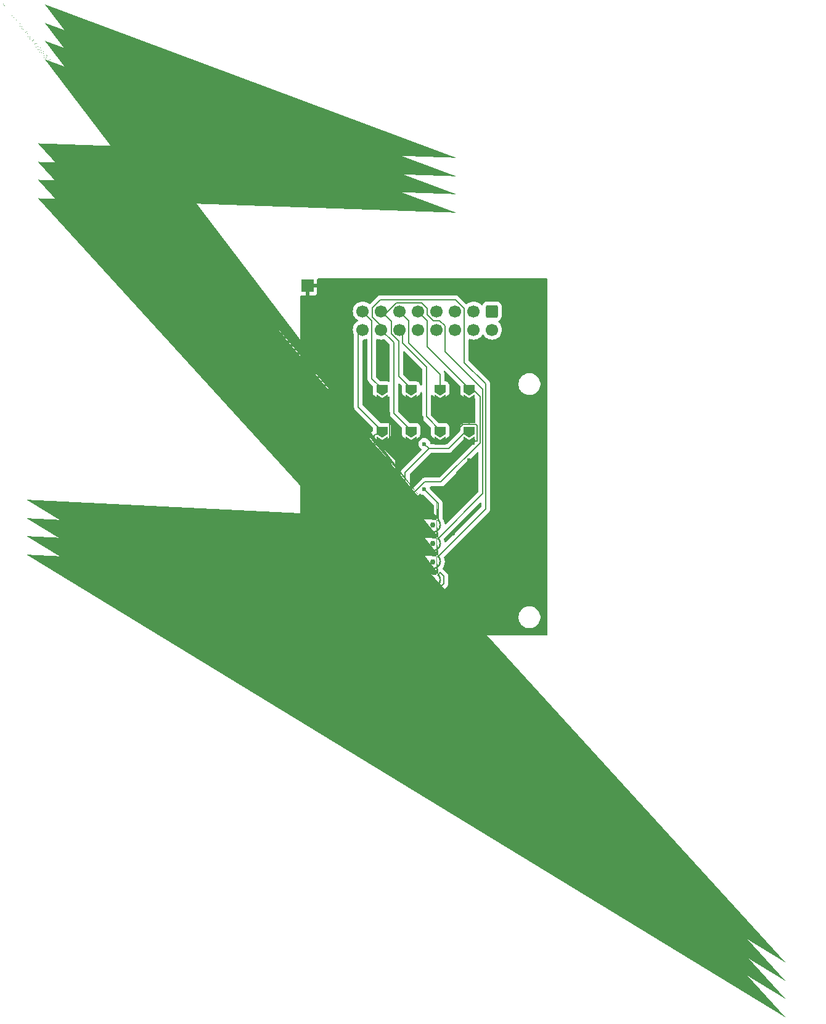
<source format=gtl>
G04 #@! TF.GenerationSoftware,KiCad,Pcbnew,8.0.5*
G04 #@! TF.CreationDate,2024-12-03T22:20:25-06:00*
G04 #@! TF.ProjectId,project,70726f6a-6563-4742-9e6b-696361645f70,rev?*
G04 #@! TF.SameCoordinates,Original*
G04 #@! TF.FileFunction,Copper,L1,Top*
G04 #@! TF.FilePolarity,Positive*
%FSLAX46Y46*%
G04 Gerber Fmt 4.6, Leading zero omitted, Abs format (unit mm)*
G04 Created by KiCad (PCBNEW 8.0.5) date 2024-12-03 22:20:25*
%MOMM*%
%LPD*%
G01*
G04 APERTURE LIST*
G04 Aperture macros list*
%AMRoundRect*
0 Rectangle with rounded corners*
0 $1 Rounding radius*
0 $2 $3 $4 $5 $6 $7 $8 $9 X,Y pos of 4 corners*
0 Add a 4 corners polygon primitive as box body*
4,1,4,$2,$3,$4,$5,$6,$7,$8,$9,$2,$3,0*
0 Add four circle primitives for the rounded corners*
1,1,$1+$1,$2,$3*
1,1,$1+$1,$4,$5*
1,1,$1+$1,$6,$7*
1,1,$1+$1,$8,$9*
0 Add four rect primitives between the rounded corners*
20,1,$1+$1,$2,$3,$4,$5,0*
20,1,$1+$1,$4,$5,$6,$7,0*
20,1,$1+$1,$6,$7,$8,$9,0*
20,1,$1+$1,$8,$9,$2,$3,0*%
%AMFreePoly0*
4,1,6,1.000000,0.000000,0.500000,-0.750000,-0.500000,-0.750000,-0.500000,0.750000,0.500000,0.750000,1.000000,0.000000,1.000000,0.000000,$1*%
%AMFreePoly1*
4,1,6,0.500000,-0.750000,-0.650000,-0.750000,-0.150000,0.000000,-0.650000,0.750000,0.500000,0.750000,0.500000,-0.750000,0.500000,-0.750000,$1*%
%AMFreePoly2*
4,1,70,1.014978,0.374947,1.208563,0.299952,1.385071,0.190662,1.538492,0.050801,1.663601,-0.114871,1.756138,-0.300710,1.812952,-0.500389,1.832107,-0.707107,1.812952,-0.913825,1.756138,-1.113504,1.663601,-1.299343,1.538492,-1.465015,1.385071,-1.604876,1.208563,-1.714166,1.014978,-1.789161,0.810909,-1.827308,0.603305,-1.827308,0.399236,-1.789161,0.205651,-1.714166,0.029143,-1.604876,
-0.124278,-1.465015,-0.249387,-1.299343,-0.341924,-1.113504,-0.398738,-0.913825,-0.417893,-0.707107,-0.172713,-0.707107,-0.153487,-0.890032,-0.096649,-1.064962,-0.004682,-1.224252,0.118393,-1.360941,0.267197,-1.469053,0.435228,-1.543866,0.615141,-1.582107,0.799073,-1.582107,0.978986,-1.543866,1.147017,-1.469053,1.295821,-1.360941,1.418896,-1.224252,1.510863,-1.064962,1.567701,-0.890032,
1.586927,-0.707107,1.567701,-0.524182,1.510863,-0.349252,1.418896,-0.189962,1.295821,-0.053273,1.147017,0.054839,0.978986,0.129652,0.799073,0.167893,0.615141,0.167893,0.435228,0.129652,0.267197,0.054839,0.118393,-0.053273,-0.004682,-0.189962,-0.096649,-0.349252,-0.153487,-0.524182,-0.172713,-0.707107,-0.417893,-0.707107,-0.398738,-0.500389,-0.341924,-0.300710,-0.249387,-0.114871,
-0.124278,0.050801,-0.075343,0.095409,-0.062500,0.108253,-0.060736,0.108725,0.029143,0.190662,0.205651,0.299952,0.399236,0.374947,0.603305,0.413094,0.810909,0.413094,1.014978,0.374947,1.014978,0.374947,$1*%
%AMFreePoly3*
4,1,70,-0.399236,0.374947,-0.205651,0.299952,-0.029143,0.190662,0.060736,0.108725,0.062500,0.108253,0.075343,0.095409,0.124278,0.050801,0.249387,-0.114871,0.341924,-0.300710,0.398738,-0.500389,0.417893,-0.707107,0.398738,-0.913825,0.341924,-1.113504,0.249387,-1.299343,0.124278,-1.465015,-0.029143,-1.604876,-0.205651,-1.714166,-0.399236,-1.789161,-0.603305,-1.827308,-0.810909,-1.827308,
-1.014978,-1.789161,-1.208563,-1.714166,-1.385071,-1.604876,-1.538492,-1.465015,-1.663601,-1.299343,-1.756138,-1.113504,-1.812952,-0.913825,-1.832107,-0.707107,-1.586927,-0.707107,-1.567701,-0.890032,-1.510863,-1.064962,-1.418896,-1.224252,-1.295821,-1.360941,-1.147017,-1.469053,-0.978986,-1.543866,-0.799073,-1.582107,-0.615141,-1.582107,-0.435228,-1.543866,-0.267197,-1.469053,-0.118393,-1.360941,
0.004682,-1.224252,0.096649,-1.064962,0.153487,-0.890032,0.172713,-0.707107,0.153487,-0.524182,0.096649,-0.349252,0.004682,-0.189962,-0.118393,-0.053273,-0.267197,0.054839,-0.435228,0.129652,-0.615141,0.167893,-0.799073,0.167893,-0.978986,0.129652,-1.147017,0.054839,-1.295821,-0.053273,-1.418896,-0.189962,-1.510863,-0.349252,-1.567701,-0.524182,-1.586927,-0.707107,-1.832107,-0.707107,
-1.812952,-0.500389,-1.756138,-0.300710,-1.663601,-0.114871,-1.538492,0.050801,-1.385071,0.190662,-1.208563,0.299952,-1.014978,0.374947,-0.810909,0.413094,-0.603305,0.413094,-0.399236,0.374947,-0.399236,0.374947,$1*%
G04 Aperture macros list end*
G04 #@! TA.AperFunction,ComponentPad*
%ADD10R,1.700000X1.700000*%
G04 #@! TD*
G04 #@! TA.AperFunction,SMDPad,CuDef*
%ADD11FreePoly0,270.000000*%
G04 #@! TD*
G04 #@! TA.AperFunction,SMDPad,CuDef*
%ADD12FreePoly1,270.000000*%
G04 #@! TD*
G04 #@! TA.AperFunction,ComponentPad*
%ADD13RoundRect,0.250000X-0.600000X0.600000X-0.600000X-0.600000X0.600000X-0.600000X0.600000X0.600000X0*%
G04 #@! TD*
G04 #@! TA.AperFunction,ComponentPad*
%ADD14C,1.700000*%
G04 #@! TD*
G04 #@! TA.AperFunction,SMDPad,CuDef*
%ADD15FreePoly2,0.000000*%
G04 #@! TD*
G04 #@! TA.AperFunction,SMDPad,CuDef*
%ADD16FreePoly3,0.000000*%
G04 #@! TD*
G04 #@! TA.AperFunction,ComponentPad*
%ADD17C,0.750000*%
G04 #@! TD*
G04 #@! TA.AperFunction,ViaPad*
%ADD18C,0.600000*%
G04 #@! TD*
G04 #@! TA.AperFunction,Conductor*
%ADD19C,0.200000*%
G04 #@! TD*
G04 APERTURE END LIST*
D10*
X49780000Y-57465000D03*
D11*
X68030000Y-71610000D03*
D12*
X68030000Y-73060000D03*
D13*
X75160000Y-60965000D03*
D14*
X75160000Y-63505000D03*
X72620000Y-60965000D03*
X72620000Y-63505000D03*
X70080000Y-60965000D03*
X70080000Y-63505000D03*
X67540000Y-60965000D03*
X67540000Y-63505000D03*
X65000000Y-60965000D03*
X65000000Y-63505000D03*
X62460000Y-60965000D03*
X62460000Y-63505000D03*
X59920000Y-60965000D03*
X59920000Y-63505000D03*
X57380000Y-60965000D03*
X57380000Y-63505000D03*
D11*
X68030000Y-77335000D03*
D12*
X68030000Y-78785000D03*
D11*
X60030000Y-71610000D03*
D12*
X60030000Y-73060000D03*
D11*
X64030000Y-77335000D03*
D12*
X64030000Y-78785000D03*
D11*
X72030000Y-77335000D03*
D12*
X72030000Y-78785000D03*
D11*
X60030000Y-77335000D03*
D12*
X60030000Y-78785000D03*
D11*
X72030000Y-71610000D03*
D12*
X72030000Y-73060000D03*
D11*
X64030000Y-71610000D03*
D12*
X64030000Y-73060000D03*
D15*
X63822893Y-89627893D03*
X63822893Y-92127893D03*
X63822893Y-94627893D03*
D16*
X67737107Y-89627893D03*
X67737107Y-92127893D03*
X67737107Y-94627893D03*
D15*
X63822893Y-97127893D03*
D16*
X67737107Y-97127893D03*
D17*
X64530000Y-90335000D03*
X64530000Y-92835000D03*
X64530000Y-95335000D03*
X67030000Y-90335000D03*
X67030000Y-92835000D03*
X67030000Y-95335000D03*
X64530000Y-97835000D03*
X67030000Y-97835000D03*
D18*
X66579032Y-88579813D03*
X69025626Y-70088560D03*
X59780000Y-75465000D03*
X60280000Y-69465000D03*
X68780000Y-74965000D03*
X63780000Y-74965000D03*
X63780000Y-67965000D03*
X69780000Y-91465000D03*
X62280000Y-83465000D03*
X71380000Y-79736872D03*
X72020000Y-81363927D03*
X70280000Y-85465000D03*
X57715492Y-72890567D03*
X62635400Y-88633400D03*
X62035400Y-89179163D03*
X65840900Y-79165200D03*
X65827600Y-85387500D03*
D19*
X70280000Y-83103927D02*
X72020000Y-81363927D01*
X70280000Y-85465000D02*
X70280000Y-83103927D01*
X56780000Y-74085000D02*
X59833100Y-77138100D01*
X56780000Y-64105000D02*
X56780000Y-74085000D01*
X57380000Y-63505000D02*
X56780000Y-64105000D01*
X68030000Y-96835000D02*
X67737107Y-97127893D01*
X68530000Y-97335000D02*
X68030000Y-96835000D01*
X68530000Y-98335000D02*
X68530000Y-97335000D01*
X67585000Y-99280000D02*
X68530000Y-98335000D01*
X61280000Y-96965000D02*
X63595000Y-99280000D01*
X61280000Y-81716336D02*
X61280000Y-96965000D01*
X59153664Y-77830000D02*
X58975000Y-78008664D01*
X58975000Y-78008664D02*
X58975000Y-79411336D01*
X60525000Y-77830000D02*
X59153664Y-77830000D01*
X58975000Y-79411336D02*
X61280000Y-81716336D01*
X59833100Y-77138100D02*
X60525000Y-77830000D01*
X63595000Y-99280000D02*
X67585000Y-99280000D01*
X62235400Y-95540400D02*
X63822893Y-97127893D01*
X62235400Y-89379163D02*
X62235400Y-95540400D01*
X62035400Y-89179163D02*
X62235400Y-89379163D01*
X60030000Y-73060000D02*
X60030000Y-73860100D01*
X72030000Y-73460000D02*
X72030000Y-73860100D01*
X72030000Y-78785000D02*
X73080100Y-78785000D01*
X68000700Y-78785000D02*
X66979900Y-78785000D01*
X69080100Y-78785000D02*
X69080100Y-78592800D01*
X64030000Y-78785000D02*
X61080100Y-78785000D01*
X72030000Y-76534800D02*
X72948900Y-76534800D01*
X64059300Y-78785000D02*
X65080100Y-78785000D01*
X69080100Y-78592800D02*
X71138100Y-76534800D01*
X65688800Y-78176300D02*
X65080100Y-78785000D01*
X68000700Y-78785000D02*
X68030000Y-78785000D01*
X64030000Y-73060000D02*
X64030000Y-73860100D01*
X61080100Y-74910200D02*
X61080100Y-78785000D01*
X60030000Y-73860100D02*
X61080100Y-74910200D01*
X66979900Y-78785000D02*
X66371200Y-78176300D01*
X69480100Y-73460000D02*
X69080100Y-73060000D01*
X64030000Y-73860100D02*
X65688800Y-75518900D01*
X72948900Y-76534800D02*
X73080100Y-76666000D01*
X71138100Y-76534800D02*
X72030000Y-76534800D01*
X72030000Y-73860100D02*
X72030000Y-76534800D01*
X72030000Y-73460000D02*
X69480100Y-73460000D01*
X72030000Y-73060000D02*
X72030000Y-73460000D01*
X68030000Y-73060000D02*
X69080100Y-73060000D01*
X64059300Y-78785000D02*
X64030000Y-78785000D01*
X68030000Y-78785000D02*
X69080100Y-78785000D01*
X65688800Y-75518900D02*
X65688800Y-78176300D01*
X73080100Y-76666000D02*
X73080100Y-78785000D01*
X66371200Y-78176300D02*
X65688800Y-78176300D01*
X60030000Y-78785000D02*
X61080100Y-78785000D01*
X59833100Y-77138100D02*
X60030000Y-77335000D01*
X63730000Y-62235000D02*
X63730000Y-65340500D01*
X62635400Y-93440400D02*
X62635400Y-88633400D01*
X63730000Y-65340500D02*
X68030000Y-69640500D01*
X63822900Y-94627900D02*
X62635400Y-93440400D01*
X62460000Y-60965000D02*
X63730000Y-62235000D01*
X68030000Y-69640500D02*
X68030000Y-71610000D01*
X58650000Y-62235000D02*
X58650000Y-70230000D01*
X57380000Y-60965000D02*
X58650000Y-62235000D01*
X58650000Y-70230000D02*
X60030000Y-71610000D01*
X72404400Y-71610000D02*
X73482700Y-72688300D01*
X66270000Y-62235000D02*
X66270000Y-65850000D01*
X73482700Y-79052700D02*
X68134700Y-84400700D01*
X72030000Y-71610000D02*
X72404400Y-71610000D01*
X65000000Y-60965000D02*
X66270000Y-62235000D01*
X73482700Y-72688300D02*
X73482700Y-79052700D01*
X65928000Y-84400700D02*
X63822900Y-86505800D01*
X63822900Y-86505800D02*
X63822900Y-89627900D01*
X68134700Y-84400700D02*
X65928000Y-84400700D01*
X66270000Y-65850000D02*
X72030000Y-71610000D01*
X71350000Y-68006300D02*
X71350000Y-60592100D01*
X58741300Y-61760400D02*
X59920000Y-62939100D01*
X64030000Y-77335000D02*
X61680200Y-74985200D01*
X67737100Y-94627900D02*
X74282900Y-88082100D01*
X58741300Y-60454200D02*
X58741300Y-61760400D01*
X59920000Y-62939100D02*
X59920000Y-63505000D01*
X59816100Y-59379400D02*
X58741300Y-60454200D01*
X74282900Y-88082100D02*
X74282900Y-70939200D01*
X70137300Y-59379400D02*
X59816100Y-59379400D01*
X71350000Y-60592100D02*
X70137300Y-59379400D01*
X61680200Y-74985200D02*
X61680200Y-65265200D01*
X61680200Y-65265200D02*
X59920000Y-63505000D01*
X74282900Y-70939200D02*
X71350000Y-68006300D01*
X73882800Y-85982200D02*
X73882800Y-71670800D01*
X73882800Y-71670800D02*
X68690200Y-66478200D01*
X68690200Y-62966700D02*
X67958500Y-62235000D01*
X61309800Y-64066100D02*
X62328400Y-65084700D01*
X62328400Y-69908400D02*
X64030000Y-71610000D01*
X67090300Y-62235000D02*
X66270100Y-61414800D01*
X66270100Y-60597100D02*
X65452500Y-59779500D01*
X61309800Y-62354800D02*
X61309800Y-64066100D01*
X59920000Y-60965000D02*
X60370300Y-61415300D01*
X67958500Y-62235000D02*
X67090300Y-62235000D01*
X62006100Y-59779500D02*
X60370300Y-61415300D01*
X67737100Y-92127900D02*
X73882800Y-85982200D01*
X66270100Y-61414800D02*
X66270100Y-60597100D01*
X60370300Y-61415300D02*
X61309800Y-62354800D01*
X65452500Y-59779500D02*
X62006100Y-59779500D01*
X62328400Y-65084700D02*
X62328400Y-69908400D01*
X68690200Y-66478200D02*
X68690200Y-62966700D01*
X63235500Y-83056800D02*
X66484000Y-79808300D01*
X63077900Y-89039600D02*
X63235500Y-88882000D01*
X66484000Y-79808300D02*
X69175600Y-79808300D01*
X63822900Y-92127900D02*
X63077900Y-91382900D01*
X71648900Y-77335000D02*
X72030000Y-77335000D01*
X69175600Y-79808300D02*
X71648900Y-77335000D01*
X66484000Y-79808300D02*
X65840900Y-79165200D01*
X63077900Y-91382900D02*
X63077900Y-89039600D01*
X63235500Y-88882000D02*
X63235500Y-83056800D01*
X66128400Y-68601900D02*
X66128400Y-75433400D01*
X62869800Y-63914800D02*
X62869800Y-65343300D01*
X67737100Y-87297000D02*
X65827600Y-85387500D01*
X62460000Y-63505000D02*
X62869800Y-63914800D01*
X66128400Y-75433400D02*
X68030000Y-77335000D01*
X62869800Y-65343300D02*
X66128400Y-68601900D01*
X67737100Y-89627900D02*
X67737100Y-87297000D01*
G04 #@! TA.AperFunction,Conductor*
G36*
X73601734Y-87215014D02*
G01*
X73657667Y-87256886D01*
X73682084Y-87322350D01*
X73682400Y-87331196D01*
X73682400Y-87782003D01*
X73662715Y-87849042D01*
X73646081Y-87869684D01*
X68855392Y-92660372D01*
X68794069Y-92693857D01*
X68724377Y-92688873D01*
X68668444Y-92647001D01*
X68644239Y-92584126D01*
X68643927Y-92580755D01*
X68626786Y-92489059D01*
X68569729Y-92288525D01*
X68558701Y-92260060D01*
X68552839Y-92190438D01*
X68585548Y-92128698D01*
X68586561Y-92127672D01*
X73470721Y-87243513D01*
X73532042Y-87210030D01*
X73601734Y-87215014D01*
G37*
G04 #@! TD.AperFunction*
G04 #@! TA.AperFunction,Conductor*
G36*
X73201634Y-80285514D02*
G01*
X73257567Y-80327386D01*
X73281984Y-80392850D01*
X73282300Y-80401696D01*
X73282300Y-85682103D01*
X73262615Y-85749142D01*
X73245981Y-85769784D01*
X68855392Y-90160372D01*
X68794069Y-90193857D01*
X68724377Y-90188873D01*
X68668444Y-90147001D01*
X68644239Y-90084126D01*
X68643927Y-90080755D01*
X68626786Y-89989059D01*
X68569729Y-89788525D01*
X68559651Y-89762512D01*
X68536034Y-89701547D01*
X68443096Y-89514903D01*
X68443091Y-89514896D01*
X68393991Y-89435596D01*
X68393990Y-89435594D01*
X68362645Y-89394087D01*
X68337954Y-89328727D01*
X68337600Y-89319361D01*
X68337600Y-87386060D01*
X68337601Y-87386047D01*
X68337601Y-87217945D01*
X68337601Y-87217943D01*
X68296677Y-87065215D01*
X68217620Y-86928284D01*
X66658299Y-85368964D01*
X66624815Y-85307642D01*
X66622763Y-85295186D01*
X66612968Y-85208245D01*
X66598240Y-85166154D01*
X66594679Y-85096375D01*
X66629408Y-85035748D01*
X66691402Y-85003521D01*
X66715282Y-85001200D01*
X68048031Y-85001200D01*
X68048047Y-85001201D01*
X68055643Y-85001201D01*
X68213754Y-85001201D01*
X68213757Y-85001201D01*
X68366485Y-84960277D01*
X68416604Y-84931339D01*
X68503416Y-84881220D01*
X68615220Y-84769416D01*
X68615220Y-84769414D01*
X68625428Y-84759207D01*
X68625429Y-84759204D01*
X73070621Y-80314013D01*
X73131942Y-80280530D01*
X73201634Y-80285514D01*
G37*
G04 #@! TD.AperFunction*
G04 #@! TA.AperFunction,Conductor*
G36*
X65286355Y-85994091D02*
G01*
X65320335Y-86013326D01*
X65325337Y-86017315D01*
X65325338Y-86017316D01*
X65478078Y-86113289D01*
X65648345Y-86172868D01*
X65735269Y-86182661D01*
X65799680Y-86209726D01*
X65809065Y-86218200D01*
X67100281Y-87509416D01*
X67133766Y-87570739D01*
X67136600Y-87597097D01*
X67136600Y-88580500D01*
X67116915Y-88647539D01*
X67064111Y-88693294D01*
X67012600Y-88704500D01*
X66925753Y-88704500D01*
X66908953Y-88706056D01*
X66832877Y-88713105D01*
X66832876Y-88713106D01*
X66832872Y-88713106D01*
X66832869Y-88713107D01*
X66627926Y-88751417D01*
X66627920Y-88751418D01*
X66627918Y-88751419D01*
X66538217Y-88776941D01*
X66538207Y-88776944D01*
X66538201Y-88776946D01*
X66440994Y-88814604D01*
X66343786Y-88852263D01*
X66260296Y-88893835D01*
X66260291Y-88893837D01*
X66083025Y-89003595D01*
X66008579Y-89059813D01*
X66008573Y-89059817D01*
X65863538Y-89192035D01*
X65800734Y-89222652D01*
X65731347Y-89214454D01*
X65696462Y-89192035D01*
X65551426Y-89059817D01*
X65551420Y-89059813D01*
X65476979Y-89003598D01*
X65299714Y-88893841D01*
X65299708Y-88893837D01*
X65299703Y-88893835D01*
X65216213Y-88852263D01*
X65021799Y-88776946D01*
X65021785Y-88776942D01*
X65021782Y-88776941D01*
X64932081Y-88751419D01*
X64932074Y-88751417D01*
X64727131Y-88713107D01*
X64727125Y-88713106D01*
X64727123Y-88713106D01*
X64727122Y-88713105D01*
X64652124Y-88706156D01*
X64634247Y-88704500D01*
X64547400Y-88704500D01*
X64480361Y-88684815D01*
X64434606Y-88632011D01*
X64423400Y-88580500D01*
X64423400Y-86805896D01*
X64443085Y-86738857D01*
X64459715Y-86718219D01*
X65155343Y-86022590D01*
X65216664Y-85989107D01*
X65286355Y-85994091D01*
G37*
G04 #@! TD.AperFunction*
G04 #@! TA.AperFunction,Conductor*
G36*
X58005956Y-64783205D02*
G01*
X58044196Y-64841681D01*
X58049500Y-64877560D01*
X58049500Y-70143330D01*
X58049499Y-70143348D01*
X58049499Y-70309054D01*
X58049498Y-70309054D01*
X58090423Y-70461787D01*
X58090424Y-70461788D01*
X58093996Y-70467974D01*
X58093998Y-70467977D01*
X58169477Y-70598712D01*
X58169481Y-70598717D01*
X58288349Y-70717585D01*
X58288355Y-70717590D01*
X58738181Y-71167416D01*
X58771666Y-71228739D01*
X58774500Y-71255097D01*
X58774500Y-72110015D01*
X58778507Y-72173523D01*
X58816714Y-72312229D01*
X58816719Y-72312241D01*
X58888737Y-72428553D01*
X58892460Y-72434566D01*
X58999599Y-72530601D01*
X58999601Y-72530602D01*
X58999603Y-72530604D01*
X59646756Y-72962039D01*
X59749599Y-73030601D01*
X59763890Y-73039786D01*
X59895754Y-73097348D01*
X59924302Y-73100964D01*
X60038490Y-73115429D01*
X60038491Y-73115428D01*
X60038494Y-73115429D01*
X60180546Y-73092562D01*
X60310401Y-73030601D01*
X60886917Y-72646257D01*
X60953616Y-72625449D01*
X61020977Y-72644004D01*
X61067613Y-72696031D01*
X61079700Y-72749431D01*
X61079700Y-74898530D01*
X61079699Y-74898548D01*
X61079699Y-75064254D01*
X61079698Y-75064254D01*
X61120623Y-75216985D01*
X61149558Y-75267100D01*
X61149559Y-75267104D01*
X61149560Y-75267104D01*
X61199679Y-75353914D01*
X61199681Y-75353917D01*
X61318549Y-75472785D01*
X61318555Y-75472790D01*
X62738181Y-76892416D01*
X62771666Y-76953739D01*
X62774500Y-76980097D01*
X62774500Y-77835015D01*
X62778507Y-77898523D01*
X62816714Y-78037229D01*
X62816719Y-78037241D01*
X62892460Y-78159566D01*
X62999599Y-78255601D01*
X62999601Y-78255602D01*
X62999603Y-78255604D01*
X63745102Y-78752603D01*
X63749599Y-78755601D01*
X63763890Y-78764786D01*
X63895754Y-78822348D01*
X63924302Y-78825964D01*
X64038490Y-78840429D01*
X64038491Y-78840428D01*
X64038494Y-78840429D01*
X64180546Y-78817562D01*
X64310401Y-78755601D01*
X65060401Y-78255601D01*
X65111032Y-78217031D01*
X65205254Y-78108294D01*
X65265024Y-77977416D01*
X65285500Y-77835000D01*
X65285500Y-76835000D01*
X65280355Y-76763060D01*
X65239819Y-76625008D01*
X65162031Y-76503968D01*
X65103173Y-76452967D01*
X65053299Y-76409750D01*
X65053297Y-76409748D01*
X65053294Y-76409746D01*
X65053290Y-76409744D01*
X64922419Y-76349976D01*
X64922414Y-76349975D01*
X64780000Y-76329500D01*
X63925097Y-76329500D01*
X63858058Y-76309815D01*
X63837416Y-76293181D01*
X62317019Y-74772784D01*
X62283534Y-74711461D01*
X62280700Y-74685103D01*
X62280700Y-71009297D01*
X62300385Y-70942258D01*
X62353189Y-70896503D01*
X62422347Y-70886559D01*
X62485903Y-70915584D01*
X62492381Y-70921616D01*
X62738181Y-71167416D01*
X62771666Y-71228739D01*
X62774500Y-71255097D01*
X62774500Y-72110015D01*
X62778507Y-72173523D01*
X62816714Y-72312229D01*
X62816719Y-72312241D01*
X62888737Y-72428553D01*
X62892460Y-72434566D01*
X62999599Y-72530601D01*
X62999601Y-72530602D01*
X62999603Y-72530604D01*
X63646756Y-72962039D01*
X63749599Y-73030601D01*
X63763890Y-73039786D01*
X63895754Y-73097348D01*
X63924302Y-73100964D01*
X64038490Y-73115429D01*
X64038491Y-73115428D01*
X64038494Y-73115429D01*
X64180546Y-73092562D01*
X64310401Y-73030601D01*
X65060401Y-72530601D01*
X65111032Y-72492031D01*
X65205254Y-72383294D01*
X65265024Y-72252416D01*
X65281162Y-72140170D01*
X65310187Y-72076615D01*
X65368965Y-72038840D01*
X65438834Y-72038840D01*
X65497613Y-72076614D01*
X65526638Y-72140169D01*
X65527900Y-72157817D01*
X65527900Y-75346730D01*
X65527899Y-75346748D01*
X65527899Y-75512454D01*
X65527898Y-75512454D01*
X65568823Y-75665185D01*
X65597758Y-75715300D01*
X65597759Y-75715304D01*
X65597760Y-75715304D01*
X65647879Y-75802114D01*
X65647881Y-75802117D01*
X65766749Y-75920985D01*
X65766755Y-75920990D01*
X66738181Y-76892416D01*
X66771666Y-76953739D01*
X66774500Y-76980097D01*
X66774500Y-77835015D01*
X66778507Y-77898523D01*
X66816714Y-78037229D01*
X66816719Y-78037241D01*
X66892460Y-78159566D01*
X66999599Y-78255601D01*
X66999601Y-78255602D01*
X66999603Y-78255604D01*
X67745102Y-78752603D01*
X67749599Y-78755601D01*
X67763890Y-78764786D01*
X67895754Y-78822348D01*
X67924302Y-78825964D01*
X68038490Y-78840429D01*
X68038491Y-78840428D01*
X68038494Y-78840429D01*
X68180546Y-78817562D01*
X68310401Y-78755601D01*
X69060401Y-78255601D01*
X69111032Y-78217031D01*
X69205254Y-78108294D01*
X69265024Y-77977416D01*
X69285500Y-77835000D01*
X69285500Y-76835000D01*
X69280355Y-76763060D01*
X69239819Y-76625008D01*
X69162031Y-76503968D01*
X69103173Y-76452967D01*
X69053299Y-76409750D01*
X69053297Y-76409748D01*
X69053294Y-76409746D01*
X69053290Y-76409744D01*
X68922419Y-76349976D01*
X68922414Y-76349975D01*
X68780000Y-76329500D01*
X67925098Y-76329500D01*
X67858059Y-76309815D01*
X67837417Y-76293181D01*
X66765219Y-75220983D01*
X66731734Y-75159660D01*
X66728900Y-75133302D01*
X66728900Y-72565629D01*
X66748585Y-72498590D01*
X66801389Y-72452835D01*
X66870547Y-72442891D01*
X66934103Y-72471916D01*
X66935595Y-72473230D01*
X66999599Y-72530601D01*
X66999604Y-72530604D01*
X66999607Y-72530607D01*
X67749585Y-73030592D01*
X67749599Y-73030601D01*
X67763890Y-73039786D01*
X67895754Y-73097348D01*
X67924302Y-73100964D01*
X68038490Y-73115429D01*
X68038491Y-73115428D01*
X68038494Y-73115429D01*
X68180546Y-73092562D01*
X68310401Y-73030601D01*
X69060401Y-72530601D01*
X69111032Y-72492031D01*
X69205254Y-72383294D01*
X69265024Y-72252416D01*
X69285500Y-72110000D01*
X69285500Y-71110000D01*
X69280355Y-71038060D01*
X69277473Y-71028246D01*
X69259661Y-70967584D01*
X69239819Y-70900008D01*
X69162031Y-70778968D01*
X69149904Y-70768460D01*
X69053299Y-70684750D01*
X69053297Y-70684748D01*
X69053294Y-70684746D01*
X69053290Y-70684744D01*
X68922419Y-70624976D01*
X68922414Y-70624975D01*
X68780000Y-70604500D01*
X68754500Y-70604500D01*
X68687461Y-70584815D01*
X68641706Y-70532011D01*
X68630500Y-70480500D01*
X68630500Y-69561446D01*
X68630500Y-69561443D01*
X68614425Y-69501447D01*
X68604525Y-69464498D01*
X68604525Y-69464497D01*
X68589578Y-69408718D01*
X68589574Y-69408709D01*
X68554999Y-69348824D01*
X68554998Y-69348823D01*
X68527893Y-69301876D01*
X68511423Y-69233977D01*
X68534276Y-69167950D01*
X68589198Y-69124761D01*
X68658751Y-69118120D01*
X68720853Y-69150138D01*
X68722963Y-69152198D01*
X70738181Y-71167416D01*
X70771666Y-71228739D01*
X70774500Y-71255097D01*
X70774500Y-72110015D01*
X70778507Y-72173523D01*
X70816714Y-72312229D01*
X70816719Y-72312241D01*
X70888737Y-72428553D01*
X70892460Y-72434566D01*
X70999599Y-72530601D01*
X70999601Y-72530602D01*
X70999603Y-72530604D01*
X71646756Y-72962039D01*
X71749599Y-73030601D01*
X71763890Y-73039786D01*
X71895754Y-73097348D01*
X71924302Y-73100964D01*
X72038490Y-73115429D01*
X72038491Y-73115428D01*
X72038494Y-73115429D01*
X72180546Y-73092562D01*
X72310401Y-73030601D01*
X72625038Y-72820842D01*
X72691736Y-72800035D01*
X72759097Y-72818590D01*
X72781501Y-72836336D01*
X72845881Y-72900716D01*
X72879366Y-72962039D01*
X72882200Y-72988397D01*
X72882200Y-76205500D01*
X72862515Y-76272539D01*
X72809711Y-76318294D01*
X72758200Y-76329500D01*
X71279997Y-76329500D01*
X71208059Y-76334644D01*
X71070005Y-76375182D01*
X70948969Y-76452967D01*
X70948965Y-76452971D01*
X70854750Y-76561700D01*
X70854744Y-76561709D01*
X70794976Y-76692580D01*
X70794975Y-76692585D01*
X70774500Y-76834999D01*
X70774500Y-77308803D01*
X70754815Y-77375842D01*
X70738181Y-77396484D01*
X68963184Y-79171481D01*
X68901861Y-79204966D01*
X68875503Y-79207800D01*
X66784099Y-79207800D01*
X66717060Y-79188115D01*
X66696418Y-79171481D01*
X66671600Y-79146663D01*
X66638115Y-79085340D01*
X66636061Y-79072864D01*
X66626269Y-78985947D01*
X66566689Y-78815678D01*
X66533990Y-78763638D01*
X66470716Y-78662938D01*
X66343162Y-78535384D01*
X66287915Y-78500670D01*
X66190423Y-78439411D01*
X66020154Y-78379831D01*
X66020149Y-78379830D01*
X65840904Y-78359635D01*
X65840896Y-78359635D01*
X65661650Y-78379830D01*
X65661645Y-78379831D01*
X65491376Y-78439411D01*
X65338637Y-78535384D01*
X65211084Y-78662937D01*
X65115111Y-78815676D01*
X65055531Y-78985945D01*
X65055530Y-78985950D01*
X65035335Y-79165196D01*
X65035335Y-79165203D01*
X65055530Y-79344449D01*
X65055531Y-79344454D01*
X65115111Y-79514723D01*
X65211084Y-79667462D01*
X65338637Y-79795015D01*
X65338640Y-79795017D01*
X65396995Y-79831685D01*
X65443286Y-79884020D01*
X65453933Y-79953073D01*
X65425558Y-80016921D01*
X65418703Y-80024359D01*
X62866786Y-82576278D01*
X62754981Y-82688082D01*
X62754979Y-82688085D01*
X62704861Y-82774894D01*
X62704859Y-82774896D01*
X62675925Y-82825009D01*
X62675924Y-82825010D01*
X62675923Y-82825015D01*
X62634999Y-82977743D01*
X62634999Y-82977745D01*
X62634999Y-83145846D01*
X62635000Y-83145859D01*
X62635000Y-87717066D01*
X62615315Y-87784105D01*
X62562511Y-87829860D01*
X62524884Y-87840286D01*
X62456149Y-87848030D01*
X62456145Y-87848031D01*
X62285876Y-87907611D01*
X62133137Y-88003584D01*
X62092181Y-88044541D01*
X62030858Y-88078026D01*
X61961166Y-88073042D01*
X61905233Y-88031170D01*
X61880816Y-87965706D01*
X61880500Y-87956860D01*
X61880500Y-81637281D01*
X61880500Y-81637279D01*
X61839577Y-81484552D01*
X61839577Y-81484551D01*
X61839577Y-81484550D01*
X61810639Y-81434431D01*
X61810637Y-81434428D01*
X61760520Y-81347620D01*
X61648716Y-81235816D01*
X61648715Y-81235815D01*
X61644385Y-81231485D01*
X61644374Y-81231475D01*
X59611819Y-79198920D01*
X59578334Y-79137597D01*
X59575500Y-79111239D01*
X59575500Y-78870804D01*
X59595185Y-78803765D01*
X59647989Y-78758010D01*
X59717147Y-78748066D01*
X59758888Y-78763638D01*
X59759525Y-78762450D01*
X59763886Y-78764783D01*
X59763890Y-78764786D01*
X59895754Y-78822348D01*
X59924302Y-78825964D01*
X60038490Y-78840429D01*
X60038491Y-78840428D01*
X60038494Y-78840429D01*
X60180546Y-78817562D01*
X60310401Y-78755601D01*
X61060401Y-78255601D01*
X61111032Y-78217031D01*
X61205254Y-78108294D01*
X61265024Y-77977416D01*
X61285500Y-77835000D01*
X61285500Y-76835000D01*
X61280355Y-76763060D01*
X61239819Y-76625008D01*
X61162031Y-76503968D01*
X61103173Y-76452967D01*
X61053299Y-76409750D01*
X61053297Y-76409748D01*
X61053294Y-76409746D01*
X61053290Y-76409744D01*
X60922419Y-76349976D01*
X60922414Y-76349975D01*
X60780000Y-76329500D01*
X59925097Y-76329500D01*
X59858058Y-76309815D01*
X59837416Y-76293181D01*
X57416819Y-73872584D01*
X57383334Y-73811261D01*
X57380500Y-73784903D01*
X57380500Y-64974239D01*
X57400185Y-64907200D01*
X57452989Y-64861445D01*
X57493688Y-64850712D01*
X57615408Y-64840063D01*
X57843663Y-64778903D01*
X57873097Y-64765177D01*
X57942171Y-64754686D01*
X58005956Y-64783205D01*
G37*
G04 #@! TD.AperFunction*
G04 #@! TA.AperFunction,Conductor*
G36*
X72823477Y-78500670D02*
G01*
X72870113Y-78552697D01*
X72882200Y-78606097D01*
X72882200Y-78752603D01*
X72862515Y-78819642D01*
X72845881Y-78840284D01*
X67922284Y-83763881D01*
X67860961Y-83797366D01*
X67834603Y-83800200D01*
X66014669Y-83800200D01*
X66014653Y-83800199D01*
X66007057Y-83800199D01*
X65848943Y-83800199D01*
X65741587Y-83828965D01*
X65696210Y-83841124D01*
X65696209Y-83841125D01*
X65646096Y-83870059D01*
X65646095Y-83870060D01*
X65602689Y-83895120D01*
X65559285Y-83920179D01*
X65559282Y-83920181D01*
X64047681Y-85431783D01*
X63986358Y-85465268D01*
X63916666Y-85460284D01*
X63860733Y-85418412D01*
X63836316Y-85352948D01*
X63836000Y-85344102D01*
X63836000Y-83356897D01*
X63855685Y-83289858D01*
X63872319Y-83269216D01*
X66696417Y-80445119D01*
X66757740Y-80411634D01*
X66784098Y-80408800D01*
X69088931Y-80408800D01*
X69088947Y-80408801D01*
X69096543Y-80408801D01*
X69254654Y-80408801D01*
X69254657Y-80408801D01*
X69407385Y-80367877D01*
X69457504Y-80338939D01*
X69544316Y-80288820D01*
X69656120Y-80177016D01*
X69656120Y-80177014D01*
X69666328Y-80166807D01*
X69666329Y-80166804D01*
X71274480Y-78558654D01*
X71335801Y-78525171D01*
X71405493Y-78530155D01*
X71430942Y-78543163D01*
X71738296Y-78748066D01*
X71749599Y-78755601D01*
X71763890Y-78764786D01*
X71895754Y-78822348D01*
X71924302Y-78825964D01*
X72038490Y-78840429D01*
X72038491Y-78840428D01*
X72038494Y-78840429D01*
X72180546Y-78817562D01*
X72310401Y-78755601D01*
X72689417Y-78502922D01*
X72756116Y-78482115D01*
X72823477Y-78500670D01*
G37*
G04 #@! TD.AperFunction*
G04 #@! TA.AperFunction,Conductor*
G36*
X63134103Y-66457284D02*
G01*
X63140581Y-66463316D01*
X65491581Y-68814316D01*
X65525066Y-68875639D01*
X65527900Y-68901997D01*
X65527900Y-71027269D01*
X65508215Y-71094308D01*
X65455411Y-71140063D01*
X65386253Y-71150007D01*
X65322697Y-71120982D01*
X65284923Y-71062204D01*
X65281739Y-71044561D01*
X65281535Y-71044598D01*
X65280356Y-71038063D01*
X65259661Y-70967584D01*
X65239819Y-70900008D01*
X65162031Y-70778968D01*
X65149904Y-70768460D01*
X65053299Y-70684750D01*
X65053297Y-70684748D01*
X65053294Y-70684746D01*
X65053290Y-70684744D01*
X64922419Y-70624976D01*
X64922414Y-70624975D01*
X64780000Y-70604500D01*
X63925098Y-70604500D01*
X63858059Y-70584815D01*
X63837417Y-70568181D01*
X62965219Y-69695983D01*
X62931734Y-69634660D01*
X62928900Y-69608302D01*
X62928900Y-66550997D01*
X62948585Y-66483958D01*
X63001389Y-66438203D01*
X63070547Y-66428259D01*
X63134103Y-66457284D01*
G37*
G04 #@! TD.AperFunction*
G04 #@! TA.AperFunction,Conductor*
G36*
X59426900Y-64765176D02*
G01*
X59456337Y-64778903D01*
X59684592Y-64840063D01*
X59872918Y-64856539D01*
X59919999Y-64860659D01*
X59920000Y-64860659D01*
X59920001Y-64860659D01*
X59959234Y-64857226D01*
X60155408Y-64840063D01*
X60283757Y-64805672D01*
X60353606Y-64807335D01*
X60403531Y-64837766D01*
X61043381Y-65477616D01*
X61076866Y-65538939D01*
X61079700Y-65565297D01*
X61079700Y-70505513D01*
X61060015Y-70572552D01*
X61007211Y-70618307D01*
X60938053Y-70628251D01*
X60924115Y-70625220D01*
X60780000Y-70604500D01*
X59925098Y-70604500D01*
X59858059Y-70584815D01*
X59837417Y-70568181D01*
X59286819Y-70017583D01*
X59253334Y-69956260D01*
X59250500Y-69929902D01*
X59250500Y-64877560D01*
X59270185Y-64810521D01*
X59322989Y-64764766D01*
X59392147Y-64754822D01*
X59426900Y-64765176D01*
G37*
G04 #@! TD.AperFunction*
G04 #@! TA.AperFunction,Conductor*
G36*
X82722539Y-56485185D02*
G01*
X82768294Y-56537989D01*
X82779500Y-56589500D01*
X82779500Y-105340500D01*
X82759815Y-105407539D01*
X82707011Y-105453294D01*
X82655500Y-105464500D01*
X48904500Y-105464500D01*
X48837461Y-105444815D01*
X48791706Y-105392011D01*
X48780500Y-105340500D01*
X48780500Y-102846902D01*
X49779500Y-102846902D01*
X49779500Y-103083097D01*
X49816446Y-103316368D01*
X49889433Y-103540996D01*
X49996657Y-103751433D01*
X50135483Y-103942510D01*
X50302490Y-104109517D01*
X50493567Y-104248343D01*
X50592991Y-104299002D01*
X50704003Y-104355566D01*
X50704005Y-104355566D01*
X50704008Y-104355568D01*
X50824412Y-104394689D01*
X50928631Y-104428553D01*
X51161903Y-104465500D01*
X51161908Y-104465500D01*
X51398097Y-104465500D01*
X51631368Y-104428553D01*
X51855992Y-104355568D01*
X52066433Y-104248343D01*
X52257510Y-104109517D01*
X52424517Y-103942510D01*
X52563343Y-103751433D01*
X52670568Y-103540992D01*
X52743553Y-103316368D01*
X52780500Y-103083097D01*
X52780500Y-102846902D01*
X78779500Y-102846902D01*
X78779500Y-103083097D01*
X78816446Y-103316368D01*
X78889433Y-103540996D01*
X78996657Y-103751433D01*
X79135483Y-103942510D01*
X79302490Y-104109517D01*
X79493567Y-104248343D01*
X79592991Y-104299002D01*
X79704003Y-104355566D01*
X79704005Y-104355566D01*
X79704008Y-104355568D01*
X79824412Y-104394689D01*
X79928631Y-104428553D01*
X80161903Y-104465500D01*
X80161908Y-104465500D01*
X80398097Y-104465500D01*
X80631368Y-104428553D01*
X80855992Y-104355568D01*
X81066433Y-104248343D01*
X81257510Y-104109517D01*
X81424517Y-103942510D01*
X81563343Y-103751433D01*
X81670568Y-103540992D01*
X81743553Y-103316368D01*
X81780500Y-103083097D01*
X81780500Y-102846902D01*
X81743553Y-102613631D01*
X81670566Y-102389003D01*
X81563342Y-102178566D01*
X81424517Y-101987490D01*
X81257510Y-101820483D01*
X81066433Y-101681657D01*
X80855996Y-101574433D01*
X80631368Y-101501446D01*
X80398097Y-101464500D01*
X80398092Y-101464500D01*
X80161908Y-101464500D01*
X80161903Y-101464500D01*
X79928631Y-101501446D01*
X79704003Y-101574433D01*
X79493566Y-101681657D01*
X79384550Y-101760862D01*
X79302490Y-101820483D01*
X79302488Y-101820485D01*
X79302487Y-101820485D01*
X79135485Y-101987487D01*
X79135485Y-101987488D01*
X79135483Y-101987490D01*
X79075862Y-102069550D01*
X78996657Y-102178566D01*
X78889433Y-102389003D01*
X78816446Y-102613631D01*
X78779500Y-102846902D01*
X52780500Y-102846902D01*
X52743553Y-102613631D01*
X52670566Y-102389003D01*
X52563342Y-102178566D01*
X52424517Y-101987490D01*
X52257510Y-101820483D01*
X52066433Y-101681657D01*
X51855996Y-101574433D01*
X51631368Y-101501446D01*
X51398097Y-101464500D01*
X51398092Y-101464500D01*
X51161908Y-101464500D01*
X51161903Y-101464500D01*
X50928631Y-101501446D01*
X50704003Y-101574433D01*
X50493566Y-101681657D01*
X50384550Y-101760862D01*
X50302490Y-101820483D01*
X50302488Y-101820485D01*
X50302487Y-101820485D01*
X50135485Y-101987487D01*
X50135485Y-101987488D01*
X50135483Y-101987490D01*
X50075862Y-102069550D01*
X49996657Y-102178566D01*
X49889433Y-102389003D01*
X49816446Y-102613631D01*
X49779500Y-102846902D01*
X48780500Y-102846902D01*
X48780500Y-70846902D01*
X49779500Y-70846902D01*
X49779500Y-71083097D01*
X49816446Y-71316368D01*
X49889433Y-71540996D01*
X49996657Y-71751433D01*
X50135483Y-71942510D01*
X50302490Y-72109517D01*
X50493567Y-72248343D01*
X50501567Y-72252419D01*
X50704003Y-72355566D01*
X50704005Y-72355566D01*
X50704008Y-72355568D01*
X50789340Y-72383294D01*
X50928631Y-72428553D01*
X51161903Y-72465500D01*
X51161908Y-72465500D01*
X51398097Y-72465500D01*
X51631368Y-72428553D01*
X51855992Y-72355568D01*
X52066433Y-72248343D01*
X52257510Y-72109517D01*
X52424517Y-71942510D01*
X52563343Y-71751433D01*
X52670568Y-71540992D01*
X52743553Y-71316368D01*
X52780500Y-71083097D01*
X52780500Y-70846902D01*
X52743553Y-70613631D01*
X52693205Y-70458678D01*
X52670568Y-70389008D01*
X52670566Y-70389005D01*
X52670566Y-70389003D01*
X52563342Y-70178566D01*
X52424517Y-69987490D01*
X52257510Y-69820483D01*
X52066433Y-69681657D01*
X51855996Y-69574433D01*
X51631368Y-69501446D01*
X51398097Y-69464500D01*
X51398092Y-69464500D01*
X51161908Y-69464500D01*
X51161903Y-69464500D01*
X50928631Y-69501446D01*
X50704003Y-69574433D01*
X50493566Y-69681657D01*
X50384550Y-69760862D01*
X50302490Y-69820483D01*
X50302488Y-69820485D01*
X50302487Y-69820485D01*
X50135485Y-69987487D01*
X50135485Y-69987488D01*
X50135483Y-69987490D01*
X50113619Y-70017583D01*
X49996657Y-70178566D01*
X49889433Y-70389003D01*
X49816446Y-70613631D01*
X49779500Y-70846902D01*
X48780500Y-70846902D01*
X48780500Y-60964999D01*
X56024341Y-60964999D01*
X56024341Y-60965000D01*
X56044936Y-61200403D01*
X56044938Y-61200413D01*
X56106094Y-61428655D01*
X56106096Y-61428659D01*
X56106097Y-61428663D01*
X56110000Y-61437032D01*
X56205965Y-61642830D01*
X56205967Y-61642834D01*
X56312670Y-61795220D01*
X56341504Y-61836400D01*
X56341506Y-61836402D01*
X56508597Y-62003493D01*
X56508603Y-62003498D01*
X56694158Y-62133425D01*
X56737783Y-62188002D01*
X56744977Y-62257500D01*
X56713454Y-62319855D01*
X56694158Y-62336575D01*
X56508597Y-62466505D01*
X56341505Y-62633597D01*
X56205965Y-62827169D01*
X56205964Y-62827171D01*
X56106098Y-63041335D01*
X56106094Y-63041344D01*
X56044938Y-63269586D01*
X56044936Y-63269596D01*
X56024341Y-63504999D01*
X56024341Y-63505000D01*
X56044936Y-63740403D01*
X56044938Y-63740413D01*
X56106094Y-63968655D01*
X56106096Y-63968659D01*
X56106097Y-63968663D01*
X56110000Y-63977032D01*
X56167881Y-64101158D01*
X56179499Y-64153563D01*
X56179499Y-64194046D01*
X56179500Y-64194059D01*
X56179500Y-73998330D01*
X56179499Y-73998348D01*
X56179499Y-74164054D01*
X56179498Y-74164054D01*
X56220423Y-74316785D01*
X56249358Y-74366900D01*
X56249359Y-74366904D01*
X56249360Y-74366904D01*
X56299479Y-74453714D01*
X56299481Y-74453717D01*
X56418349Y-74572585D01*
X56418355Y-74572590D01*
X58738181Y-76892416D01*
X58771666Y-76953739D01*
X58774500Y-76980097D01*
X58774500Y-77308566D01*
X58754815Y-77375605D01*
X58738181Y-77396247D01*
X58494481Y-77639946D01*
X58494480Y-77639948D01*
X58461151Y-77697676D01*
X58415423Y-77776879D01*
X58374499Y-77929607D01*
X58374499Y-77929609D01*
X58374499Y-78097710D01*
X58374500Y-78097723D01*
X58374500Y-79324666D01*
X58374499Y-79324684D01*
X58374499Y-79490390D01*
X58374498Y-79490390D01*
X58415423Y-79643121D01*
X58444358Y-79693236D01*
X58444359Y-79693240D01*
X58444360Y-79693240D01*
X58494479Y-79780050D01*
X58494481Y-79780053D01*
X58613349Y-79898921D01*
X58613355Y-79898926D01*
X60643181Y-81928752D01*
X60676666Y-81990075D01*
X60679500Y-82016433D01*
X60679500Y-96878330D01*
X60679499Y-96878348D01*
X60679499Y-97044054D01*
X60679498Y-97044054D01*
X60679499Y-97044057D01*
X60720423Y-97196785D01*
X60723169Y-97201541D01*
X60723170Y-97201542D01*
X60723170Y-97201543D01*
X60799477Y-97333712D01*
X60799481Y-97333717D01*
X60918349Y-97452585D01*
X60918355Y-97452590D01*
X63110139Y-99644374D01*
X63110149Y-99644385D01*
X63114479Y-99648715D01*
X63114480Y-99648716D01*
X63226284Y-99760520D01*
X63226286Y-99760521D01*
X63226290Y-99760524D01*
X63363209Y-99839573D01*
X63363216Y-99839577D01*
X63475019Y-99869534D01*
X63515942Y-99880500D01*
X63515943Y-99880500D01*
X67498331Y-99880500D01*
X67498347Y-99880501D01*
X67505943Y-99880501D01*
X67664054Y-99880501D01*
X67664057Y-99880501D01*
X67816785Y-99839577D01*
X67866904Y-99810639D01*
X67953716Y-99760520D01*
X68065520Y-99648716D01*
X68065520Y-99648714D01*
X68075728Y-99638507D01*
X68075730Y-99638504D01*
X68888506Y-98825728D01*
X68888511Y-98825724D01*
X68898714Y-98815520D01*
X68898716Y-98815520D01*
X69010520Y-98703716D01*
X69071912Y-98597381D01*
X69089577Y-98566785D01*
X69130501Y-98414057D01*
X69130501Y-98255943D01*
X69130501Y-98248348D01*
X69130500Y-98248330D01*
X69130500Y-97424060D01*
X69130501Y-97424047D01*
X69130501Y-97255944D01*
X69115924Y-97201542D01*
X69089577Y-97103216D01*
X69055420Y-97044054D01*
X69010524Y-96966290D01*
X69010518Y-96966282D01*
X68735497Y-96691261D01*
X68419330Y-96375095D01*
X68385846Y-96313773D01*
X68390830Y-96244082D01*
X68401581Y-96222145D01*
X68443097Y-96155095D01*
X68536031Y-95968459D01*
X68569729Y-95881475D01*
X68626786Y-95680941D01*
X68643927Y-95589245D01*
X68663164Y-95381641D01*
X68663164Y-95288359D01*
X68643927Y-95080755D01*
X68626786Y-94989059D01*
X68569729Y-94788525D01*
X68558701Y-94760060D01*
X68552839Y-94690438D01*
X68585548Y-94628698D01*
X68586562Y-94627671D01*
X74641406Y-88572828D01*
X74641411Y-88572824D01*
X74651614Y-88562620D01*
X74651616Y-88562620D01*
X74763420Y-88450816D01*
X74833820Y-88328879D01*
X74833821Y-88328878D01*
X74837333Y-88322793D01*
X74842477Y-88313885D01*
X74883400Y-88161157D01*
X74883400Y-88003043D01*
X74883400Y-71028259D01*
X74883401Y-71028246D01*
X74883401Y-70860145D01*
X74883401Y-70860143D01*
X74879853Y-70846902D01*
X78779500Y-70846902D01*
X78779500Y-71083097D01*
X78816446Y-71316368D01*
X78889433Y-71540996D01*
X78996657Y-71751433D01*
X79135483Y-71942510D01*
X79302490Y-72109517D01*
X79493567Y-72248343D01*
X79501567Y-72252419D01*
X79704003Y-72355566D01*
X79704005Y-72355566D01*
X79704008Y-72355568D01*
X79789340Y-72383294D01*
X79928631Y-72428553D01*
X80161903Y-72465500D01*
X80161908Y-72465500D01*
X80398097Y-72465500D01*
X80631368Y-72428553D01*
X80855992Y-72355568D01*
X81066433Y-72248343D01*
X81257510Y-72109517D01*
X81424517Y-71942510D01*
X81563343Y-71751433D01*
X81670568Y-71540992D01*
X81743553Y-71316368D01*
X81780500Y-71083097D01*
X81780500Y-70846902D01*
X81743553Y-70613631D01*
X81693205Y-70458678D01*
X81670568Y-70389008D01*
X81670566Y-70389005D01*
X81670566Y-70389003D01*
X81563342Y-70178566D01*
X81424517Y-69987490D01*
X81257510Y-69820483D01*
X81066433Y-69681657D01*
X80855996Y-69574433D01*
X80631368Y-69501446D01*
X80398097Y-69464500D01*
X80398092Y-69464500D01*
X80161908Y-69464500D01*
X80161903Y-69464500D01*
X79928631Y-69501446D01*
X79704003Y-69574433D01*
X79493566Y-69681657D01*
X79384550Y-69760862D01*
X79302490Y-69820483D01*
X79302488Y-69820485D01*
X79302487Y-69820485D01*
X79135485Y-69987487D01*
X79135485Y-69987488D01*
X79135483Y-69987490D01*
X79113619Y-70017583D01*
X78996657Y-70178566D01*
X78889433Y-70389003D01*
X78816446Y-70613631D01*
X78779500Y-70846902D01*
X74879853Y-70846902D01*
X74842477Y-70707415D01*
X74809433Y-70650181D01*
X74763420Y-70570484D01*
X74651616Y-70458680D01*
X74651615Y-70458679D01*
X74647285Y-70454349D01*
X74647274Y-70454339D01*
X71986819Y-67793884D01*
X71953334Y-67732561D01*
X71950500Y-67706203D01*
X71950500Y-64877560D01*
X71970185Y-64810521D01*
X72022989Y-64764766D01*
X72092147Y-64754822D01*
X72126900Y-64765176D01*
X72156337Y-64778903D01*
X72384592Y-64840063D01*
X72572918Y-64856539D01*
X72619999Y-64860659D01*
X72620000Y-64860659D01*
X72620001Y-64860659D01*
X72659234Y-64857226D01*
X72855408Y-64840063D01*
X73083663Y-64778903D01*
X73297830Y-64679035D01*
X73491401Y-64543495D01*
X73658495Y-64376401D01*
X73786172Y-64194059D01*
X73788425Y-64190842D01*
X73843002Y-64147217D01*
X73912500Y-64140023D01*
X73974855Y-64171546D01*
X73991575Y-64190842D01*
X74121500Y-64376395D01*
X74121505Y-64376401D01*
X74288599Y-64543495D01*
X74370699Y-64600982D01*
X74482165Y-64679032D01*
X74482167Y-64679033D01*
X74482170Y-64679035D01*
X74696337Y-64778903D01*
X74924592Y-64840063D01*
X75112918Y-64856539D01*
X75159999Y-64860659D01*
X75160000Y-64860659D01*
X75160001Y-64860659D01*
X75199234Y-64857226D01*
X75395408Y-64840063D01*
X75623663Y-64778903D01*
X75837830Y-64679035D01*
X76031401Y-64543495D01*
X76198495Y-64376401D01*
X76334035Y-64182830D01*
X76433903Y-63968663D01*
X76495063Y-63740408D01*
X76515659Y-63505000D01*
X76495063Y-63269592D01*
X76433903Y-63041337D01*
X76334035Y-62827171D01*
X76328425Y-62819158D01*
X76198494Y-62633597D01*
X76031398Y-62466501D01*
X76030030Y-62465354D01*
X76029592Y-62464696D01*
X76027573Y-62462677D01*
X76027978Y-62462271D01*
X75991330Y-62407182D01*
X75990224Y-62337321D01*
X76027063Y-62277952D01*
X76070737Y-62252662D01*
X76079334Y-62249814D01*
X76228656Y-62157712D01*
X76352712Y-62033656D01*
X76444814Y-61884334D01*
X76499999Y-61717797D01*
X76510500Y-61615009D01*
X76510499Y-60314992D01*
X76499999Y-60212203D01*
X76444814Y-60045666D01*
X76352712Y-59896344D01*
X76228656Y-59772288D01*
X76135888Y-59715069D01*
X76079336Y-59680187D01*
X76079331Y-59680185D01*
X76077862Y-59679698D01*
X75912797Y-59625001D01*
X75912795Y-59625000D01*
X75810010Y-59614500D01*
X74509998Y-59614500D01*
X74509981Y-59614501D01*
X74407203Y-59625000D01*
X74407200Y-59625001D01*
X74240668Y-59680185D01*
X74240663Y-59680187D01*
X74091342Y-59772289D01*
X73967289Y-59896342D01*
X73875187Y-60045663D01*
X73875183Y-60045673D01*
X73872335Y-60054268D01*
X73832560Y-60111711D01*
X73768044Y-60138531D01*
X73699268Y-60126214D01*
X73662517Y-60097233D01*
X73662324Y-60097427D01*
X73660682Y-60095785D01*
X73659642Y-60094965D01*
X73658494Y-60093597D01*
X73491402Y-59926506D01*
X73491399Y-59926504D01*
X73448324Y-59896342D01*
X73297834Y-59790967D01*
X73297830Y-59790965D01*
X73257777Y-59772288D01*
X73083663Y-59691097D01*
X73083659Y-59691096D01*
X73083655Y-59691094D01*
X72855413Y-59629938D01*
X72855403Y-59629936D01*
X72620001Y-59609341D01*
X72619999Y-59609341D01*
X72384596Y-59629936D01*
X72384586Y-59629938D01*
X72156344Y-59691094D01*
X72156335Y-59691098D01*
X71942171Y-59790964D01*
X71942169Y-59790965D01*
X71748599Y-59926504D01*
X71728796Y-59946306D01*
X71667471Y-59979788D01*
X71597780Y-59974801D01*
X71553437Y-59946302D01*
X70624890Y-59017755D01*
X70624888Y-59017752D01*
X70506017Y-58898881D01*
X70506016Y-58898880D01*
X70419204Y-58848760D01*
X70419204Y-58848759D01*
X70419200Y-58848758D01*
X70369085Y-58819823D01*
X70216357Y-58778899D01*
X70058243Y-58778899D01*
X70050647Y-58778899D01*
X70050631Y-58778900D01*
X59902770Y-58778900D01*
X59902754Y-58778899D01*
X59895158Y-58778899D01*
X59737043Y-58778899D01*
X59660679Y-58799361D01*
X59584314Y-58819823D01*
X59584309Y-58819826D01*
X59447390Y-58898875D01*
X59447382Y-58898881D01*
X58423261Y-59923003D01*
X58361938Y-59956488D01*
X58292246Y-59951504D01*
X58256670Y-59928640D01*
X58255544Y-59929982D01*
X58251407Y-59926511D01*
X58251401Y-59926505D01*
X58208324Y-59896342D01*
X58057834Y-59790967D01*
X58057830Y-59790965D01*
X58017777Y-59772288D01*
X57843663Y-59691097D01*
X57843659Y-59691096D01*
X57843655Y-59691094D01*
X57615413Y-59629938D01*
X57615403Y-59629936D01*
X57380001Y-59609341D01*
X57379999Y-59609341D01*
X57144596Y-59629936D01*
X57144586Y-59629938D01*
X56916344Y-59691094D01*
X56916335Y-59691098D01*
X56702171Y-59790964D01*
X56702169Y-59790965D01*
X56508597Y-59926505D01*
X56341505Y-60093597D01*
X56205965Y-60287169D01*
X56205964Y-60287171D01*
X56106098Y-60501335D01*
X56106094Y-60501344D01*
X56044938Y-60729586D01*
X56044936Y-60729596D01*
X56024341Y-60964999D01*
X48780500Y-60964999D01*
X48780500Y-58939000D01*
X48800185Y-58871961D01*
X48852989Y-58826206D01*
X48904500Y-58815000D01*
X49530000Y-58815000D01*
X49530000Y-57898012D01*
X49587007Y-57930925D01*
X49714174Y-57965000D01*
X49845826Y-57965000D01*
X49972993Y-57930925D01*
X50030000Y-57898012D01*
X50030000Y-58815000D01*
X50677828Y-58815000D01*
X50677844Y-58814999D01*
X50737372Y-58808598D01*
X50737379Y-58808596D01*
X50872086Y-58758354D01*
X50872093Y-58758350D01*
X50987187Y-58672190D01*
X50987190Y-58672187D01*
X51073350Y-58557093D01*
X51073354Y-58557086D01*
X51123596Y-58422379D01*
X51123598Y-58422372D01*
X51129999Y-58362844D01*
X51130000Y-58362827D01*
X51130000Y-57715000D01*
X50213012Y-57715000D01*
X50245925Y-57657993D01*
X50280000Y-57530826D01*
X50280000Y-57399174D01*
X50245925Y-57272007D01*
X50213012Y-57215000D01*
X51130000Y-57215000D01*
X51130000Y-56589500D01*
X51149685Y-56522461D01*
X51202489Y-56476706D01*
X51254000Y-56465500D01*
X82655500Y-56465500D01*
X82722539Y-56485185D01*
G37*
G04 #@! TD.AperFunction*
M02*

</source>
